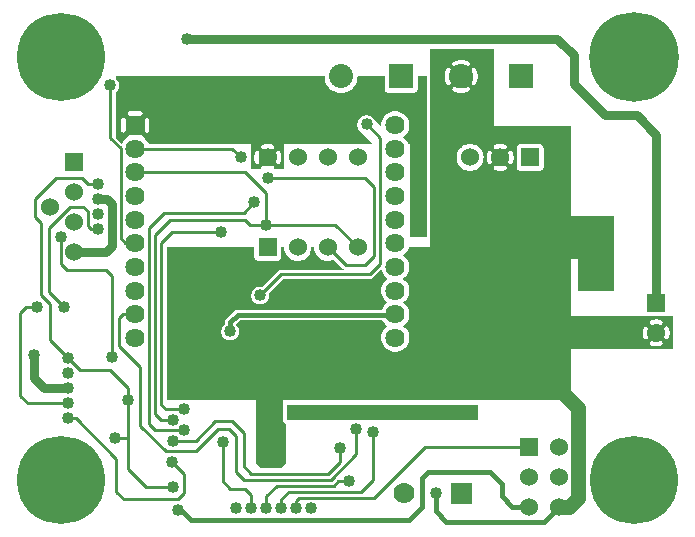
<source format=gbr>
G04 start of page 3 for group 1 idx 1 *
G04 Title: (unknown), solder *
G04 Creator: pcb 20110918 *
G04 CreationDate: Thu 28 Mar 2013 11:33:22 PM GMT UTC *
G04 For: railfan *
G04 Format: Gerber/RS-274X *
G04 PCB-Dimensions: 225000 175000 *
G04 PCB-Coordinate-Origin: lower left *
%MOIN*%
%FSLAX25Y25*%
%LNBOTTOM*%
%ADD65C,0.0370*%
%ADD64C,0.0240*%
%ADD63C,0.0530*%
%ADD62C,0.0480*%
%ADD61C,0.0380*%
%ADD60C,0.0280*%
%ADD59C,0.0320*%
%ADD58C,0.1285*%
%ADD57C,0.0200*%
%ADD56C,0.0700*%
%ADD55C,0.0400*%
%ADD54C,0.0800*%
%ADD53C,0.2987*%
%ADD52C,0.0640*%
%ADD51C,0.0600*%
%ADD50C,0.2937*%
%ADD49C,0.0500*%
%ADD48C,0.0300*%
%ADD47C,0.0150*%
%ADD46C,0.0100*%
%ADD45C,0.0001*%
G54D45*G36*
X154993Y160500D02*X161500D01*
Y128500D01*
X155585D01*
X155549Y128522D01*
X154993Y128752D01*
Y148645D01*
X155078Y148681D01*
X155179Y148743D01*
X155269Y148819D01*
X155345Y148909D01*
X155405Y149011D01*
X155622Y149480D01*
X155789Y149969D01*
X155909Y150472D01*
X155982Y150984D01*
X156006Y151500D01*
X155982Y152016D01*
X155909Y152528D01*
X155789Y153031D01*
X155622Y153520D01*
X155410Y153992D01*
X155349Y154093D01*
X155272Y154184D01*
X155182Y154261D01*
X155080Y154323D01*
X154993Y154360D01*
Y160500D01*
G37*
G36*
X150502D02*X154993D01*
Y154360D01*
X154971Y154369D01*
X154855Y154397D01*
X154737Y154406D01*
X154619Y154397D01*
X154503Y154370D01*
X154393Y154324D01*
X154292Y154262D01*
X154202Y154186D01*
X154124Y154095D01*
X154062Y153994D01*
X154016Y153885D01*
X153989Y153769D01*
X153979Y153651D01*
X153988Y153532D01*
X154016Y153417D01*
X154063Y153308D01*
X154221Y152968D01*
X154342Y152612D01*
X154430Y152247D01*
X154482Y151875D01*
X154500Y151500D01*
X154482Y151125D01*
X154430Y150753D01*
X154342Y150388D01*
X154221Y150032D01*
X154067Y149690D01*
X154020Y149582D01*
X153993Y149467D01*
X153983Y149349D01*
X153993Y149232D01*
X154021Y149117D01*
X154066Y149008D01*
X154128Y148907D01*
X154205Y148818D01*
X154295Y148741D01*
X154395Y148680D01*
X154504Y148635D01*
X154619Y148607D01*
X154737Y148598D01*
X154855Y148608D01*
X154969Y148635D01*
X154993Y148645D01*
Y128752D01*
X154895Y128793D01*
X154206Y128958D01*
X153500Y129014D01*
X152794Y128958D01*
X152105Y128793D01*
X151451Y128522D01*
X151415Y128500D01*
X150502D01*
Y145994D01*
X151016Y146018D01*
X151528Y146091D01*
X152031Y146211D01*
X152520Y146378D01*
X152992Y146590D01*
X153093Y146651D01*
X153184Y146728D01*
X153261Y146818D01*
X153323Y146920D01*
X153369Y147029D01*
X153397Y147145D01*
X153406Y147263D01*
X153397Y147381D01*
X153370Y147497D01*
X153324Y147607D01*
X153262Y147708D01*
X153186Y147798D01*
X153095Y147876D01*
X152994Y147938D01*
X152885Y147984D01*
X152769Y148011D01*
X152651Y148021D01*
X152532Y148012D01*
X152417Y147984D01*
X152308Y147937D01*
X151968Y147779D01*
X151612Y147658D01*
X151247Y147570D01*
X150875Y147518D01*
X150502Y147500D01*
Y155500D01*
X150875Y155482D01*
X151247Y155430D01*
X151612Y155342D01*
X151968Y155221D01*
X152310Y155067D01*
X152418Y155020D01*
X152533Y154993D01*
X152651Y154983D01*
X152768Y154993D01*
X152883Y155021D01*
X152992Y155066D01*
X153093Y155128D01*
X153182Y155205D01*
X153259Y155295D01*
X153320Y155395D01*
X153365Y155504D01*
X153393Y155619D01*
X153402Y155737D01*
X153392Y155855D01*
X153365Y155969D01*
X153319Y156078D01*
X153257Y156179D01*
X153181Y156269D01*
X153091Y156345D01*
X152989Y156405D01*
X152520Y156622D01*
X152031Y156789D01*
X151528Y156909D01*
X151016Y156982D01*
X150502Y157006D01*
Y160500D01*
G37*
G36*
X146007D02*X150502D01*
Y157006D01*
X150500Y157006D01*
X149984Y156982D01*
X149472Y156909D01*
X148969Y156789D01*
X148480Y156622D01*
X148008Y156410D01*
X147907Y156349D01*
X147816Y156272D01*
X147739Y156182D01*
X147677Y156080D01*
X147631Y155971D01*
X147603Y155855D01*
X147594Y155737D01*
X147603Y155619D01*
X147630Y155503D01*
X147676Y155393D01*
X147738Y155292D01*
X147814Y155202D01*
X147905Y155124D01*
X148006Y155062D01*
X148115Y155016D01*
X148231Y154989D01*
X148349Y154979D01*
X148468Y154988D01*
X148583Y155016D01*
X148692Y155063D01*
X149032Y155221D01*
X149388Y155342D01*
X149753Y155430D01*
X150125Y155482D01*
X150500Y155500D01*
X150502Y155500D01*
Y147500D01*
X150500Y147500D01*
X150125Y147518D01*
X149753Y147570D01*
X149388Y147658D01*
X149032Y147779D01*
X148690Y147933D01*
X148582Y147980D01*
X148467Y148007D01*
X148349Y148017D01*
X148232Y148007D01*
X148117Y147979D01*
X148008Y147934D01*
X147907Y147872D01*
X147818Y147795D01*
X147741Y147705D01*
X147680Y147605D01*
X147635Y147496D01*
X147607Y147381D01*
X147598Y147263D01*
X147608Y147145D01*
X147635Y147031D01*
X147681Y146922D01*
X147743Y146821D01*
X147819Y146731D01*
X147909Y146655D01*
X148011Y146595D01*
X148480Y146378D01*
X148969Y146211D01*
X149472Y146091D01*
X149984Y146018D01*
X150500Y145994D01*
X150502Y145994D01*
Y128500D01*
X146007D01*
Y148640D01*
X146029Y148631D01*
X146145Y148603D01*
X146263Y148594D01*
X146381Y148603D01*
X146497Y148630D01*
X146607Y148676D01*
X146708Y148738D01*
X146798Y148814D01*
X146876Y148905D01*
X146938Y149006D01*
X146984Y149115D01*
X147011Y149231D01*
X147021Y149349D01*
X147012Y149468D01*
X146984Y149583D01*
X146937Y149692D01*
X146779Y150032D01*
X146658Y150388D01*
X146570Y150753D01*
X146518Y151125D01*
X146500Y151500D01*
X146518Y151875D01*
X146570Y152247D01*
X146658Y152612D01*
X146779Y152968D01*
X146933Y153310D01*
X146980Y153418D01*
X147007Y153533D01*
X147017Y153651D01*
X147007Y153768D01*
X146979Y153883D01*
X146934Y153992D01*
X146872Y154093D01*
X146795Y154182D01*
X146705Y154259D01*
X146605Y154320D01*
X146496Y154365D01*
X146381Y154393D01*
X146263Y154402D01*
X146145Y154392D01*
X146031Y154365D01*
X146007Y154355D01*
Y160500D01*
G37*
G36*
X140000Y128500D02*Y160500D01*
X146007D01*
Y154355D01*
X145922Y154319D01*
X145821Y154257D01*
X145731Y154181D01*
X145655Y154091D01*
X145595Y153989D01*
X145378Y153520D01*
X145211Y153031D01*
X145091Y152528D01*
X145018Y152016D01*
X144994Y151500D01*
X145018Y150984D01*
X145091Y150472D01*
X145211Y149969D01*
X145378Y149480D01*
X145590Y149008D01*
X145651Y148907D01*
X145728Y148816D01*
X145818Y148739D01*
X145920Y148677D01*
X146007Y148640D01*
Y128500D01*
X140000D01*
G37*
G36*
X82000Y129000D02*X46300D01*
X46087Y129514D01*
X45836Y129923D01*
Y132796D01*
X45954Y132805D01*
X46068Y132833D01*
X46178Y132878D01*
X46278Y132939D01*
X46368Y133016D01*
X46445Y133106D01*
X46506Y133206D01*
X46551Y133316D01*
X46579Y133430D01*
X46586Y133548D01*
Y136948D01*
X46579Y137066D01*
X46551Y137180D01*
X46506Y137290D01*
X46445Y137390D01*
X46368Y137480D01*
X46278Y137557D01*
X46178Y137618D01*
X46068Y137663D01*
X45954Y137691D01*
X45836Y137700D01*
Y151500D01*
X82000D01*
Y129000D01*
G37*
G36*
X45836Y129923D02*X45700Y130145D01*
X45220Y130708D01*
X44657Y131188D01*
X44331Y131388D01*
X44329Y131416D01*
X44301Y131530D01*
X44256Y131640D01*
X44195Y131740D01*
X44118Y131830D01*
X44028Y131907D01*
X43928Y131968D01*
X43818Y132013D01*
X43704Y132041D01*
X43586Y132048D01*
X42401D01*
X41886Y132088D01*
Y138448D01*
X43586D01*
X43704Y138455D01*
X43818Y138483D01*
X43928Y138528D01*
X44028Y138589D01*
X44118Y138666D01*
X44195Y138756D01*
X44256Y138856D01*
X44301Y138966D01*
X44329Y139080D01*
X44338Y139198D01*
X44329Y139316D01*
X44301Y139430D01*
X44256Y139540D01*
X44195Y139640D01*
X44118Y139730D01*
X44028Y139807D01*
X43928Y139868D01*
X43818Y139913D01*
X43704Y139941D01*
X43586Y139948D01*
X41886D01*
Y151500D01*
X45836D01*
Y137700D01*
X45718Y137691D01*
X45604Y137663D01*
X45494Y137618D01*
X45394Y137557D01*
X45304Y137480D01*
X45227Y137390D01*
X45166Y137290D01*
X45121Y137180D01*
X45093Y137066D01*
X45086Y136948D01*
Y133548D01*
X45093Y133430D01*
X45121Y133316D01*
X45166Y133206D01*
X45227Y133106D01*
X45304Y133016D01*
X45394Y132939D01*
X45494Y132878D01*
X45604Y132833D01*
X45718Y132805D01*
X45836Y132796D01*
Y129923D01*
G37*
G36*
X41886Y132088D02*X41886D01*
X41371Y132048D01*
X40186D01*
X40068Y132041D01*
X39954Y132013D01*
X39844Y131968D01*
X39744Y131907D01*
X39654Y131830D01*
X39577Y131740D01*
X39516Y131640D01*
X39471Y131530D01*
X39443Y131416D01*
X39441Y131388D01*
X39115Y131188D01*
X38552Y130708D01*
X38072Y130145D01*
X37936Y129923D01*
Y132796D01*
X38054Y132805D01*
X38168Y132833D01*
X38278Y132878D01*
X38378Y132939D01*
X38468Y133016D01*
X38545Y133106D01*
X38606Y133206D01*
X38651Y133316D01*
X38679Y133430D01*
X38686Y133548D01*
Y136948D01*
X38679Y137066D01*
X38651Y137180D01*
X38606Y137290D01*
X38545Y137390D01*
X38468Y137480D01*
X38378Y137557D01*
X38278Y137618D01*
X38168Y137663D01*
X38054Y137691D01*
X37936Y137700D01*
Y151500D01*
X41886D01*
Y139948D01*
X40186D01*
X40068Y139941D01*
X39954Y139913D01*
X39844Y139868D01*
X39744Y139807D01*
X39654Y139730D01*
X39577Y139640D01*
X39516Y139540D01*
X39471Y139430D01*
X39443Y139316D01*
X39434Y139198D01*
X39443Y139080D01*
X39471Y138966D01*
X39516Y138856D01*
X39577Y138756D01*
X39654Y138666D01*
X39744Y138589D01*
X39844Y138528D01*
X39954Y138483D01*
X40068Y138455D01*
X40186Y138448D01*
X41886D01*
Y132088D01*
G37*
G36*
X37936Y129923D02*X37685Y129514D01*
X37516Y129105D01*
X35500Y131121D01*
Y146263D01*
X35628Y146372D01*
X35935Y146731D01*
X36181Y147134D01*
X36362Y147570D01*
X36472Y148029D01*
X36500Y148500D01*
X36472Y148971D01*
X36362Y149430D01*
X36181Y149866D01*
X35935Y150269D01*
X35628Y150628D01*
X35500Y150737D01*
Y151500D01*
X37936D01*
Y137700D01*
X37818Y137691D01*
X37704Y137663D01*
X37594Y137618D01*
X37494Y137557D01*
X37404Y137480D01*
X37327Y137390D01*
X37266Y137290D01*
X37221Y137180D01*
X37193Y137066D01*
X37186Y136948D01*
Y133548D01*
X37193Y133430D01*
X37221Y133316D01*
X37266Y133206D01*
X37327Y133106D01*
X37404Y133016D01*
X37494Y132939D01*
X37594Y132878D01*
X37704Y132833D01*
X37818Y132805D01*
X37936Y132796D01*
Y129923D01*
G37*
G36*
X82500Y129000D02*Y151500D01*
X104983D01*
X105051Y150637D01*
X105253Y149795D01*
X105584Y148995D01*
X106037Y148257D01*
X106599Y147599D01*
X107257Y147037D01*
X107995Y146584D01*
X108795Y146253D01*
X109637Y146051D01*
X110500Y145983D01*
X111363Y146051D01*
X112205Y146253D01*
X113005Y146584D01*
X113743Y147037D01*
X114401Y147599D01*
X114963Y148257D01*
X115416Y148995D01*
X115747Y149795D01*
X115949Y150637D01*
X116000Y151500D01*
X125007D01*
X125014Y147265D01*
X125069Y147035D01*
X125159Y146817D01*
X125283Y146616D01*
X125436Y146436D01*
X125616Y146283D01*
X125817Y146159D01*
X126035Y146069D01*
X126265Y146014D01*
X126500Y146000D01*
X134735Y146014D01*
X134965Y146069D01*
X135183Y146159D01*
X135384Y146283D01*
X135564Y146436D01*
X135717Y146616D01*
X135841Y146817D01*
X135931Y147035D01*
X135986Y147265D01*
X136000Y147500D01*
X135993Y151500D01*
X139000D01*
Y133237D01*
X138769Y133435D01*
X138366Y133681D01*
X137930Y133862D01*
X137471Y133972D01*
X137000Y134009D01*
X136529Y133972D01*
X136070Y133862D01*
X135634Y133681D01*
X135231Y133435D01*
X134872Y133128D01*
X134565Y132769D01*
X134319Y132366D01*
X134138Y131930D01*
X134028Y131471D01*
X133991Y131000D01*
X134028Y130529D01*
X134138Y130070D01*
X134319Y129634D01*
X134565Y129231D01*
X134763Y129000D01*
X132914D01*
X132701Y129514D01*
X132314Y130145D01*
X131834Y130708D01*
X131271Y131188D01*
X131071Y131311D01*
X131271Y131434D01*
X131834Y131914D01*
X132314Y132477D01*
X132701Y133108D01*
X132984Y133791D01*
X133156Y134510D01*
X133200Y135248D01*
X133156Y135986D01*
X132984Y136705D01*
X132701Y137388D01*
X132314Y138019D01*
X131834Y138582D01*
X131271Y139062D01*
X130640Y139449D01*
X129957Y139732D01*
X129238Y139904D01*
X128500Y139962D01*
X127762Y139904D01*
X127043Y139732D01*
X126360Y139449D01*
X125729Y139062D01*
X125166Y138582D01*
X124686Y138019D01*
X124299Y137388D01*
X124016Y136705D01*
X123844Y135986D01*
X123786Y135248D01*
X123798Y135086D01*
X121192Y137692D01*
X120828Y138016D01*
X120412Y138271D01*
X119961Y138457D01*
X119486Y138571D01*
X119000Y138610D01*
X118514Y138571D01*
X118039Y138457D01*
X117588Y138271D01*
X117172Y138016D01*
X116801Y137699D01*
X116484Y137328D01*
X116229Y136912D01*
X116043Y136461D01*
X115929Y135986D01*
X115890Y135500D01*
X115929Y135014D01*
X116043Y134539D01*
X116229Y134088D01*
X116484Y133672D01*
X116808Y133308D01*
X121116Y129000D01*
X116176D01*
X116000Y129014D01*
X115824Y129000D01*
X106176D01*
X106000Y129014D01*
X105824Y129000D01*
X96176D01*
X96000Y129014D01*
X95824Y129000D01*
X86108D01*
X86000Y129005D01*
X85892Y129000D01*
X82500D01*
G37*
G36*
X89613Y151500D02*X91500D01*
Y124676D01*
X91486Y124500D01*
X91500Y124324D01*
Y120500D01*
X89613D01*
Y122353D01*
X89656Y122360D01*
X89768Y122397D01*
X89873Y122452D01*
X89968Y122522D01*
X90051Y122606D01*
X90119Y122702D01*
X90170Y122808D01*
X90318Y123216D01*
X90422Y123637D01*
X90484Y124067D01*
X90505Y124500D01*
X90484Y124933D01*
X90422Y125363D01*
X90318Y125784D01*
X90175Y126194D01*
X90122Y126300D01*
X90053Y126396D01*
X89970Y126481D01*
X89875Y126551D01*
X89769Y126606D01*
X89657Y126643D01*
X89613Y126651D01*
Y151500D01*
G37*
G36*
X85998D02*X89613D01*
Y126651D01*
X89540Y126663D01*
X89421Y126664D01*
X89304Y126646D01*
X89191Y126610D01*
X89085Y126557D01*
X88988Y126488D01*
X88904Y126405D01*
X88833Y126309D01*
X88779Y126204D01*
X88741Y126092D01*
X88722Y125975D01*
X88721Y125856D01*
X88739Y125739D01*
X88777Y125626D01*
X88876Y125355D01*
X88944Y125075D01*
X88986Y124789D01*
X89000Y124500D01*
X88986Y124211D01*
X88944Y123925D01*
X88876Y123645D01*
X88780Y123372D01*
X88742Y123261D01*
X88725Y123144D01*
X88725Y123026D01*
X88745Y122909D01*
X88782Y122797D01*
X88836Y122693D01*
X88906Y122598D01*
X88991Y122515D01*
X89087Y122446D01*
X89192Y122393D01*
X89305Y122357D01*
X89421Y122340D01*
X89539Y122341D01*
X89613Y122353D01*
Y120500D01*
X87950D01*
X87981Y120530D01*
X88051Y120625D01*
X88106Y120731D01*
X88143Y120843D01*
X88163Y120960D01*
X88164Y121079D01*
X88146Y121196D01*
X88110Y121309D01*
X88057Y121415D01*
X87988Y121512D01*
X87905Y121596D01*
X87809Y121667D01*
X87704Y121721D01*
X87592Y121759D01*
X87475Y121778D01*
X87356Y121779D01*
X87239Y121761D01*
X87126Y121723D01*
X86855Y121624D01*
X86575Y121556D01*
X86289Y121514D01*
X86000Y121500D01*
X85998Y121500D01*
Y127500D01*
X86000Y127500D01*
X86289Y127486D01*
X86575Y127444D01*
X86855Y127376D01*
X87128Y127280D01*
X87239Y127242D01*
X87356Y127225D01*
X87474Y127225D01*
X87591Y127245D01*
X87703Y127282D01*
X87807Y127336D01*
X87902Y127406D01*
X87985Y127491D01*
X88054Y127587D01*
X88107Y127692D01*
X88143Y127805D01*
X88160Y127921D01*
X88159Y128039D01*
X88140Y128156D01*
X88103Y128268D01*
X88048Y128373D01*
X87978Y128468D01*
X87894Y128551D01*
X87798Y128619D01*
X87692Y128670D01*
X87284Y128818D01*
X86863Y128922D01*
X86433Y128984D01*
X86000Y129005D01*
X85998Y129005D01*
Y151500D01*
G37*
G36*
X82387D02*X85998D01*
Y129005D01*
X85567Y128984D01*
X85137Y128922D01*
X84716Y128818D01*
X84306Y128675D01*
X84200Y128622D01*
X84104Y128553D01*
X84019Y128470D01*
X83949Y128375D01*
X83894Y128269D01*
X83857Y128157D01*
X83837Y128040D01*
X83836Y127921D01*
X83854Y127804D01*
X83890Y127691D01*
X83943Y127585D01*
X84012Y127488D01*
X84095Y127404D01*
X84191Y127333D01*
X84296Y127279D01*
X84408Y127241D01*
X84525Y127222D01*
X84644Y127221D01*
X84761Y127239D01*
X84874Y127277D01*
X85145Y127376D01*
X85425Y127444D01*
X85711Y127486D01*
X85998Y127500D01*
Y121500D01*
X85711Y121514D01*
X85425Y121556D01*
X85145Y121624D01*
X84872Y121720D01*
X84761Y121758D01*
X84644Y121775D01*
X84526Y121775D01*
X84409Y121755D01*
X84297Y121718D01*
X84193Y121664D01*
X84098Y121594D01*
X84015Y121509D01*
X83946Y121413D01*
X83893Y121308D01*
X83857Y121195D01*
X83840Y121079D01*
X83841Y120961D01*
X83860Y120844D01*
X83897Y120732D01*
X83952Y120627D01*
X84022Y120532D01*
X84055Y120500D01*
X82387D01*
Y122349D01*
X82460Y122337D01*
X82579Y122336D01*
X82696Y122354D01*
X82809Y122390D01*
X82915Y122443D01*
X83012Y122512D01*
X83096Y122595D01*
X83167Y122691D01*
X83221Y122796D01*
X83259Y122908D01*
X83278Y123025D01*
X83279Y123144D01*
X83261Y123261D01*
X83223Y123374D01*
X83124Y123645D01*
X83056Y123925D01*
X83014Y124211D01*
X83000Y124500D01*
X83014Y124789D01*
X83056Y125075D01*
X83124Y125355D01*
X83220Y125628D01*
X83258Y125739D01*
X83275Y125856D01*
X83275Y125974D01*
X83255Y126091D01*
X83218Y126203D01*
X83164Y126307D01*
X83094Y126402D01*
X83009Y126485D01*
X82913Y126554D01*
X82808Y126607D01*
X82695Y126643D01*
X82579Y126660D01*
X82461Y126659D01*
X82387Y126647D01*
Y151500D01*
G37*
G36*
X80500Y120500D02*Y151500D01*
X82387D01*
Y126647D01*
X82344Y126640D01*
X82232Y126603D01*
X82127Y126548D01*
X82032Y126478D01*
X81949Y126394D01*
X81881Y126298D01*
X81830Y126192D01*
X81682Y125784D01*
X81578Y125363D01*
X81516Y124933D01*
X81495Y124500D01*
X81516Y124067D01*
X81578Y123637D01*
X81682Y123216D01*
X81825Y122806D01*
X81878Y122700D01*
X81947Y122604D01*
X82030Y122519D01*
X82125Y122449D01*
X82231Y122394D01*
X82343Y122357D01*
X82387Y122349D01*
Y120500D01*
X80500D01*
G37*
G36*
X169995Y135000D02*X187000D01*
Y48450D01*
X185975Y49475D01*
X185564Y49840D01*
X185094Y50128D01*
X184585Y50339D01*
X184049Y50468D01*
X183500Y50511D01*
X182951Y50468D01*
X182415Y50339D01*
X181906Y50128D01*
X181436Y49840D01*
X181017Y49483D01*
X180660Y49064D01*
X180372Y48594D01*
X180161Y48085D01*
X180032Y47549D01*
X179989Y47000D01*
X180032Y46451D01*
X180161Y45915D01*
X180372Y45406D01*
X180660Y44936D01*
X181025Y44525D01*
X182050Y43500D01*
X169995D01*
Y80491D01*
X170000Y80491D01*
X170471Y80528D01*
X170930Y80638D01*
X171366Y80819D01*
X171769Y81065D01*
X172128Y81372D01*
X172435Y81731D01*
X172681Y82134D01*
X172862Y82570D01*
X172972Y83029D01*
X173000Y83500D01*
X172972Y83971D01*
X172862Y84430D01*
X172681Y84866D01*
X172435Y85269D01*
X172128Y85628D01*
X171985Y85750D01*
X172128Y85872D01*
X172435Y86231D01*
X172681Y86634D01*
X172862Y87070D01*
X172972Y87529D01*
X173000Y88000D01*
X172972Y88471D01*
X172862Y88930D01*
X172681Y89366D01*
X172435Y89769D01*
X172128Y90128D01*
X171985Y90250D01*
X172128Y90372D01*
X172435Y90731D01*
X172681Y91134D01*
X172862Y91570D01*
X172972Y92029D01*
X173000Y92500D01*
X172972Y92971D01*
X172862Y93430D01*
X172681Y93866D01*
X172435Y94269D01*
X172128Y94628D01*
X171985Y94750D01*
X172128Y94872D01*
X172435Y95231D01*
X172681Y95634D01*
X172862Y96070D01*
X172972Y96529D01*
X173000Y97000D01*
X172972Y97471D01*
X172862Y97930D01*
X172681Y98366D01*
X172435Y98769D01*
X172128Y99128D01*
X171769Y99435D01*
X171366Y99681D01*
X170930Y99862D01*
X170471Y99972D01*
X170000Y100009D01*
X169995Y100009D01*
Y120085D01*
X170035Y120069D01*
X170265Y120014D01*
X170500Y120000D01*
X176735Y120014D01*
X176965Y120069D01*
X177183Y120159D01*
X177384Y120283D01*
X177564Y120436D01*
X177717Y120616D01*
X177841Y120817D01*
X177931Y121035D01*
X177986Y121265D01*
X178000Y121500D01*
X177986Y127735D01*
X177931Y127965D01*
X177841Y128183D01*
X177717Y128384D01*
X177564Y128564D01*
X177384Y128717D01*
X177183Y128841D01*
X176965Y128931D01*
X176735Y128986D01*
X176500Y129000D01*
X170265Y128986D01*
X170035Y128931D01*
X169995Y128915D01*
Y135000D01*
G37*
G36*
X167113Y82674D02*X167138Y82570D01*
X167319Y82134D01*
X167565Y81731D01*
X167872Y81372D01*
X168231Y81065D01*
X168634Y80819D01*
X169070Y80638D01*
X169529Y80528D01*
X169995Y80491D01*
Y43500D01*
X167113D01*
Y82674D01*
G37*
G36*
Y87174D02*X167138Y87070D01*
X167319Y86634D01*
X167565Y86231D01*
X167872Y85872D01*
X168015Y85750D01*
X167872Y85628D01*
X167565Y85269D01*
X167319Y84866D01*
X167138Y84430D01*
X167113Y84326D01*
Y87174D01*
G37*
G36*
Y91674D02*X167138Y91570D01*
X167319Y91134D01*
X167565Y90731D01*
X167872Y90372D01*
X168015Y90250D01*
X167872Y90128D01*
X167565Y89769D01*
X167319Y89366D01*
X167138Y88930D01*
X167113Y88826D01*
Y91674D01*
G37*
G36*
Y96174D02*X167138Y96070D01*
X167319Y95634D01*
X167565Y95231D01*
X167872Y94872D01*
X168015Y94750D01*
X167872Y94628D01*
X167565Y94269D01*
X167319Y93866D01*
X167138Y93430D01*
X167113Y93326D01*
Y96174D01*
G37*
G36*
Y135000D02*X169995D01*
Y128915D01*
X169817Y128841D01*
X169616Y128717D01*
X169436Y128564D01*
X169283Y128384D01*
X169159Y128183D01*
X169069Y127965D01*
X169014Y127735D01*
X169000Y127500D01*
X169014Y121265D01*
X169069Y121035D01*
X169159Y120817D01*
X169283Y120616D01*
X169436Y120436D01*
X169616Y120283D01*
X169817Y120159D01*
X169995Y120085D01*
Y100009D01*
X169529Y99972D01*
X169070Y99862D01*
X168634Y99681D01*
X168231Y99435D01*
X167872Y99128D01*
X167565Y98769D01*
X167319Y98366D01*
X167138Y97930D01*
X167113Y97826D01*
Y122353D01*
X167156Y122360D01*
X167268Y122397D01*
X167373Y122452D01*
X167468Y122522D01*
X167551Y122606D01*
X167619Y122702D01*
X167670Y122808D01*
X167818Y123216D01*
X167922Y123637D01*
X167984Y124067D01*
X168005Y124500D01*
X167984Y124933D01*
X167922Y125363D01*
X167818Y125784D01*
X167675Y126194D01*
X167622Y126300D01*
X167553Y126396D01*
X167470Y126481D01*
X167375Y126551D01*
X167269Y126606D01*
X167157Y126643D01*
X167113Y126651D01*
Y135000D01*
G37*
G36*
X163502D02*X167113D01*
Y126651D01*
X167040Y126663D01*
X166921Y126664D01*
X166804Y126646D01*
X166691Y126610D01*
X166585Y126557D01*
X166488Y126488D01*
X166404Y126405D01*
X166333Y126309D01*
X166279Y126204D01*
X166241Y126092D01*
X166222Y125975D01*
X166221Y125856D01*
X166239Y125739D01*
X166277Y125626D01*
X166376Y125355D01*
X166444Y125075D01*
X166486Y124789D01*
X166500Y124500D01*
X166486Y124211D01*
X166444Y123925D01*
X166376Y123645D01*
X166280Y123372D01*
X166242Y123261D01*
X166225Y123144D01*
X166225Y123026D01*
X166245Y122909D01*
X166282Y122797D01*
X166336Y122693D01*
X166406Y122598D01*
X166491Y122515D01*
X166587Y122446D01*
X166692Y122393D01*
X166805Y122357D01*
X166921Y122340D01*
X167039Y122341D01*
X167113Y122353D01*
Y97826D01*
X167028Y97471D01*
X166991Y97000D01*
X167028Y96529D01*
X167113Y96174D01*
Y93326D01*
X167028Y92971D01*
X166991Y92500D01*
X167028Y92029D01*
X167113Y91674D01*
Y88826D01*
X167028Y88471D01*
X166991Y88000D01*
X167028Y87529D01*
X167113Y87174D01*
Y84326D01*
X167028Y83971D01*
X166991Y83500D01*
X167028Y83029D01*
X167113Y82674D01*
Y43500D01*
X163502D01*
Y119995D01*
X163933Y120016D01*
X164363Y120078D01*
X164784Y120182D01*
X165194Y120325D01*
X165300Y120378D01*
X165396Y120447D01*
X165481Y120530D01*
X165551Y120625D01*
X165606Y120731D01*
X165643Y120843D01*
X165663Y120960D01*
X165664Y121079D01*
X165646Y121196D01*
X165610Y121309D01*
X165557Y121415D01*
X165488Y121512D01*
X165405Y121596D01*
X165309Y121667D01*
X165204Y121721D01*
X165092Y121759D01*
X164975Y121778D01*
X164856Y121779D01*
X164739Y121761D01*
X164626Y121723D01*
X164355Y121624D01*
X164075Y121556D01*
X163789Y121514D01*
X163502Y121500D01*
Y127500D01*
X163789Y127486D01*
X164075Y127444D01*
X164355Y127376D01*
X164628Y127280D01*
X164739Y127242D01*
X164856Y127225D01*
X164974Y127225D01*
X165091Y127245D01*
X165203Y127282D01*
X165307Y127336D01*
X165402Y127406D01*
X165485Y127491D01*
X165554Y127587D01*
X165607Y127692D01*
X165643Y127805D01*
X165660Y127921D01*
X165659Y128039D01*
X165640Y128156D01*
X165603Y128268D01*
X165548Y128373D01*
X165478Y128468D01*
X165394Y128551D01*
X165298Y128619D01*
X165192Y128670D01*
X164784Y128818D01*
X164363Y128922D01*
X163933Y128984D01*
X163502Y129005D01*
Y135000D01*
G37*
G36*
X159887D02*X163502D01*
Y129005D01*
X163500Y129005D01*
X163067Y128984D01*
X162637Y128922D01*
X162216Y128818D01*
X161806Y128675D01*
X161700Y128622D01*
X161604Y128553D01*
X161519Y128470D01*
X161449Y128375D01*
X161394Y128269D01*
X161357Y128157D01*
X161337Y128040D01*
X161336Y127921D01*
X161354Y127804D01*
X161390Y127691D01*
X161443Y127585D01*
X161512Y127488D01*
X161595Y127404D01*
X161691Y127333D01*
X161796Y127279D01*
X161908Y127241D01*
X162025Y127222D01*
X162144Y127221D01*
X162261Y127239D01*
X162374Y127277D01*
X162645Y127376D01*
X162925Y127444D01*
X163211Y127486D01*
X163500Y127500D01*
X163502Y127500D01*
Y121500D01*
X163500Y121500D01*
X163211Y121514D01*
X162925Y121556D01*
X162645Y121624D01*
X162372Y121720D01*
X162261Y121758D01*
X162144Y121775D01*
X162026Y121775D01*
X161909Y121755D01*
X161797Y121718D01*
X161693Y121664D01*
X161598Y121594D01*
X161515Y121509D01*
X161446Y121413D01*
X161393Y121308D01*
X161357Y121195D01*
X161340Y121079D01*
X161341Y120961D01*
X161360Y120844D01*
X161397Y120732D01*
X161452Y120627D01*
X161522Y120532D01*
X161606Y120449D01*
X161702Y120381D01*
X161808Y120330D01*
X162216Y120182D01*
X162637Y120078D01*
X163067Y120016D01*
X163500Y119995D01*
X163502Y119995D01*
Y43500D01*
X159887D01*
Y122349D01*
X159960Y122337D01*
X160079Y122336D01*
X160196Y122354D01*
X160309Y122390D01*
X160415Y122443D01*
X160512Y122512D01*
X160596Y122595D01*
X160667Y122691D01*
X160721Y122796D01*
X160759Y122908D01*
X160778Y123025D01*
X160779Y123144D01*
X160761Y123261D01*
X160723Y123374D01*
X160624Y123645D01*
X160556Y123925D01*
X160514Y124211D01*
X160500Y124500D01*
X160514Y124789D01*
X160556Y125075D01*
X160624Y125355D01*
X160720Y125628D01*
X160758Y125739D01*
X160775Y125856D01*
X160775Y125974D01*
X160755Y126091D01*
X160718Y126203D01*
X160664Y126307D01*
X160594Y126402D01*
X160509Y126485D01*
X160413Y126554D01*
X160308Y126607D01*
X160195Y126643D01*
X160079Y126660D01*
X159961Y126659D01*
X159887Y126647D01*
Y135000D01*
G37*
G36*
X150745D02*X159887D01*
Y126647D01*
X159844Y126640D01*
X159732Y126603D01*
X159627Y126548D01*
X159532Y126478D01*
X159449Y126394D01*
X159381Y126298D01*
X159330Y126192D01*
X159182Y125784D01*
X159078Y125363D01*
X159016Y124933D01*
X158995Y124500D01*
X159016Y124067D01*
X159078Y123637D01*
X159182Y123216D01*
X159325Y122806D01*
X159378Y122700D01*
X159447Y122604D01*
X159530Y122519D01*
X159625Y122449D01*
X159731Y122394D01*
X159843Y122357D01*
X159887Y122349D01*
Y43500D01*
X150745D01*
Y76010D01*
X150750Y76015D01*
X150872Y75872D01*
X151231Y75565D01*
X151634Y75319D01*
X152070Y75138D01*
X152529Y75028D01*
X153000Y74991D01*
X153471Y75028D01*
X153930Y75138D01*
X154366Y75319D01*
X154769Y75565D01*
X155128Y75872D01*
X155435Y76231D01*
X155681Y76634D01*
X155862Y77070D01*
X155972Y77529D01*
X156000Y78000D01*
X155972Y78471D01*
X155862Y78930D01*
X155681Y79366D01*
X155435Y79769D01*
X155128Y80128D01*
X154769Y80435D01*
X154366Y80681D01*
X153930Y80862D01*
X153471Y80972D01*
X153000Y81009D01*
X152529Y80972D01*
X152070Y80862D01*
X151634Y80681D01*
X151231Y80435D01*
X150872Y80128D01*
X150750Y79985D01*
X150745Y79990D01*
Y120935D01*
X150847Y120848D01*
X151451Y120478D01*
X152105Y120207D01*
X152794Y120042D01*
X153500Y119986D01*
X154206Y120042D01*
X154895Y120207D01*
X155549Y120478D01*
X156153Y120848D01*
X156692Y121308D01*
X157152Y121847D01*
X157522Y122451D01*
X157793Y123105D01*
X157958Y123794D01*
X158000Y124500D01*
X157958Y125206D01*
X157793Y125895D01*
X157522Y126549D01*
X157152Y127153D01*
X156692Y127692D01*
X156153Y128152D01*
X155549Y128522D01*
X154895Y128793D01*
X154206Y128958D01*
X153500Y129014D01*
X152794Y128958D01*
X152105Y128793D01*
X151451Y128522D01*
X150847Y128152D01*
X150745Y128065D01*
Y135000D01*
G37*
G36*
X140000D02*X150745D01*
Y128065D01*
X150308Y127692D01*
X149848Y127153D01*
X149478Y126549D01*
X149207Y125895D01*
X149042Y125206D01*
X148986Y124500D01*
X149042Y123794D01*
X149207Y123105D01*
X149478Y122451D01*
X149848Y121847D01*
X150308Y121308D01*
X150745Y120935D01*
Y79990D01*
X150628Y80128D01*
X150269Y80435D01*
X149866Y80681D01*
X149430Y80862D01*
X148971Y80972D01*
X148500Y81009D01*
X148029Y80972D01*
X147570Y80862D01*
X147134Y80681D01*
X146731Y80435D01*
X146372Y80128D01*
X146065Y79769D01*
X145819Y79366D01*
X145638Y78930D01*
X145528Y78471D01*
X145491Y78000D01*
X145528Y77529D01*
X145638Y77070D01*
X145819Y76634D01*
X146065Y76231D01*
X146372Y75872D01*
X146731Y75565D01*
X147134Y75319D01*
X147570Y75138D01*
X148029Y75028D01*
X148500Y74991D01*
X148971Y75028D01*
X149430Y75138D01*
X149866Y75319D01*
X150269Y75565D01*
X150628Y75872D01*
X150745Y76010D01*
Y43500D01*
X140000D01*
Y135000D01*
G37*
G36*
X166500Y101000D02*X173500D01*
Y80000D01*
X166500D01*
Y101000D01*
G37*
G36*
X140000Y82000D02*X158000D01*
Y74000D01*
X140000D01*
Y82000D01*
G37*
G36*
Y43500D02*Y53500D01*
X150000D01*
Y43500D01*
X140000D01*
G37*
G36*
X133500Y98000D02*Y146000D01*
X139000D01*
Y98000D01*
X133500D01*
G37*
G36*
X201500Y90500D02*X182500D01*
Y105000D01*
X201500D01*
Y90500D01*
G37*
G36*
X221000Y71500D02*Y60500D01*
X219113D01*
Y63853D01*
X219156Y63860D01*
X219268Y63897D01*
X219373Y63952D01*
X219468Y64022D01*
X219551Y64106D01*
X219619Y64202D01*
X219670Y64308D01*
X219818Y64716D01*
X219922Y65137D01*
X219984Y65567D01*
X220005Y66000D01*
X219984Y66433D01*
X219922Y66863D01*
X219818Y67284D01*
X219675Y67694D01*
X219622Y67800D01*
X219553Y67896D01*
X219470Y67981D01*
X219375Y68051D01*
X219269Y68106D01*
X219157Y68143D01*
X219113Y68151D01*
Y71500D01*
X221000D01*
G37*
G36*
X219113Y60500D02*X215502D01*
Y61495D01*
X215933Y61516D01*
X216363Y61578D01*
X216784Y61682D01*
X217194Y61825D01*
X217300Y61878D01*
X217396Y61947D01*
X217481Y62030D01*
X217551Y62125D01*
X217606Y62231D01*
X217643Y62343D01*
X217663Y62460D01*
X217664Y62579D01*
X217646Y62696D01*
X217610Y62809D01*
X217557Y62915D01*
X217488Y63012D01*
X217405Y63096D01*
X217309Y63167D01*
X217204Y63221D01*
X217092Y63259D01*
X216975Y63278D01*
X216856Y63279D01*
X216739Y63261D01*
X216626Y63223D01*
X216355Y63124D01*
X216075Y63056D01*
X215789Y63014D01*
X215502Y63000D01*
Y69000D01*
X215789Y68986D01*
X216075Y68944D01*
X216355Y68876D01*
X216628Y68780D01*
X216739Y68742D01*
X216856Y68725D01*
X216974Y68725D01*
X217091Y68745D01*
X217203Y68782D01*
X217307Y68836D01*
X217402Y68906D01*
X217485Y68991D01*
X217554Y69087D01*
X217607Y69192D01*
X217643Y69305D01*
X217660Y69421D01*
X217659Y69539D01*
X217640Y69656D01*
X217603Y69768D01*
X217548Y69873D01*
X217478Y69968D01*
X217394Y70051D01*
X217298Y70119D01*
X217192Y70170D01*
X216784Y70318D01*
X216363Y70422D01*
X215933Y70484D01*
X215502Y70505D01*
Y71500D01*
X219113D01*
Y68151D01*
X219040Y68163D01*
X218921Y68164D01*
X218804Y68146D01*
X218691Y68110D01*
X218585Y68057D01*
X218488Y67988D01*
X218404Y67905D01*
X218333Y67809D01*
X218279Y67704D01*
X218241Y67592D01*
X218222Y67475D01*
X218221Y67356D01*
X218239Y67239D01*
X218277Y67126D01*
X218376Y66855D01*
X218444Y66575D01*
X218486Y66289D01*
X218500Y66000D01*
X218486Y65711D01*
X218444Y65425D01*
X218376Y65145D01*
X218280Y64872D01*
X218242Y64761D01*
X218225Y64644D01*
X218225Y64526D01*
X218245Y64409D01*
X218282Y64297D01*
X218336Y64193D01*
X218406Y64098D01*
X218491Y64015D01*
X218587Y63946D01*
X218692Y63893D01*
X218805Y63857D01*
X218921Y63840D01*
X219039Y63841D01*
X219113Y63853D01*
Y60500D01*
G37*
G36*
X215502D02*X211887D01*
Y63849D01*
X211960Y63837D01*
X212079Y63836D01*
X212196Y63854D01*
X212309Y63890D01*
X212415Y63943D01*
X212512Y64012D01*
X212596Y64095D01*
X212667Y64191D01*
X212721Y64296D01*
X212759Y64408D01*
X212778Y64525D01*
X212779Y64644D01*
X212761Y64761D01*
X212723Y64874D01*
X212624Y65145D01*
X212556Y65425D01*
X212514Y65711D01*
X212500Y66000D01*
X212514Y66289D01*
X212556Y66575D01*
X212624Y66855D01*
X212720Y67128D01*
X212758Y67239D01*
X212775Y67356D01*
X212775Y67474D01*
X212755Y67591D01*
X212718Y67703D01*
X212664Y67807D01*
X212594Y67902D01*
X212509Y67985D01*
X212413Y68054D01*
X212308Y68107D01*
X212195Y68143D01*
X212079Y68160D01*
X211961Y68159D01*
X211887Y68147D01*
Y71500D01*
X215502D01*
Y70505D01*
X215500Y70505D01*
X215067Y70484D01*
X214637Y70422D01*
X214216Y70318D01*
X213806Y70175D01*
X213700Y70122D01*
X213604Y70053D01*
X213519Y69970D01*
X213449Y69875D01*
X213394Y69769D01*
X213357Y69657D01*
X213337Y69540D01*
X213336Y69421D01*
X213354Y69304D01*
X213390Y69191D01*
X213443Y69085D01*
X213512Y68988D01*
X213595Y68904D01*
X213691Y68833D01*
X213796Y68779D01*
X213908Y68741D01*
X214025Y68722D01*
X214144Y68721D01*
X214261Y68739D01*
X214374Y68777D01*
X214645Y68876D01*
X214925Y68944D01*
X215211Y68986D01*
X215500Y69000D01*
X215502Y69000D01*
Y63000D01*
X215500Y63000D01*
X215211Y63014D01*
X214925Y63056D01*
X214645Y63124D01*
X214372Y63220D01*
X214261Y63258D01*
X214144Y63275D01*
X214026Y63275D01*
X213909Y63255D01*
X213797Y63218D01*
X213693Y63164D01*
X213598Y63094D01*
X213515Y63009D01*
X213446Y62913D01*
X213393Y62808D01*
X213357Y62695D01*
X213340Y62579D01*
X213341Y62461D01*
X213360Y62344D01*
X213397Y62232D01*
X213452Y62127D01*
X213522Y62032D01*
X213606Y61949D01*
X213702Y61881D01*
X213808Y61830D01*
X214216Y61682D01*
X214637Y61578D01*
X215067Y61516D01*
X215500Y61495D01*
X215502Y61495D01*
Y60500D01*
G37*
G36*
X211887D02*X182500D01*
Y71500D01*
X211887D01*
Y68147D01*
X211844Y68140D01*
X211732Y68103D01*
X211627Y68048D01*
X211532Y67978D01*
X211449Y67894D01*
X211381Y67798D01*
X211330Y67692D01*
X211182Y67284D01*
X211078Y66863D01*
X211016Y66433D01*
X210995Y66000D01*
X211016Y65567D01*
X211078Y65137D01*
X211182Y64716D01*
X211325Y64306D01*
X211378Y64200D01*
X211447Y64104D01*
X211530Y64019D01*
X211625Y63949D01*
X211731Y63894D01*
X211843Y63857D01*
X211887Y63849D01*
Y60500D01*
G37*
G36*
X187000Y43500D02*X177000D01*
Y53500D01*
X187000D01*
Y43500D01*
G37*
G36*
X189500Y80000D02*Y96000D01*
X201500D01*
Y80000D01*
X189500D01*
G37*
G36*
X147000Y43500D02*X52500D01*
Y59500D01*
X147000D01*
Y43500D01*
G37*
G36*
X76069Y73750D02*X76000Y73755D01*
X75725Y73734D01*
X75458Y73669D01*
X75203Y73564D01*
X74968Y73420D01*
X74968Y73420D01*
X74759Y73241D01*
X74714Y73189D01*
X72311Y70786D01*
X72259Y70741D01*
X72080Y70532D01*
X71936Y70297D01*
X71831Y70042D01*
X71766Y69775D01*
X71766Y69774D01*
X71745Y69500D01*
X71750Y69432D01*
Y68946D01*
X71731Y68935D01*
X71372Y68628D01*
X71065Y68269D01*
X70819Y67866D01*
X70638Y67430D01*
X70528Y66971D01*
X70491Y66500D01*
X70528Y66029D01*
X70638Y65570D01*
X70819Y65134D01*
X71065Y64731D01*
X71372Y64372D01*
X71731Y64065D01*
X72134Y63819D01*
X72570Y63638D01*
X73029Y63528D01*
X73500Y63491D01*
X73971Y63528D01*
X74430Y63638D01*
X74866Y63819D01*
X75269Y64065D01*
X75628Y64372D01*
X75935Y64731D01*
X76181Y65134D01*
X76362Y65570D01*
X76472Y66029D01*
X76500Y66500D01*
X76472Y66971D01*
X76362Y67430D01*
X76181Y67866D01*
X75935Y68269D01*
X75628Y68628D01*
X75345Y68870D01*
X76725Y70250D01*
X124244D01*
X124299Y70116D01*
X124686Y69485D01*
X125166Y68922D01*
X125729Y68442D01*
X125929Y68319D01*
X125729Y68196D01*
X125166Y67716D01*
X124686Y67153D01*
X124299Y66522D01*
X124016Y65839D01*
X123844Y65120D01*
X123786Y64382D01*
X123844Y63644D01*
X124016Y62925D01*
X124299Y62242D01*
X124686Y61611D01*
X125166Y61048D01*
X125729Y60568D01*
X126360Y60181D01*
X127043Y59898D01*
X127762Y59726D01*
X128500Y59668D01*
X129238Y59726D01*
X129957Y59898D01*
X130640Y60181D01*
X131271Y60568D01*
X131834Y61048D01*
X132314Y61611D01*
X132701Y62242D01*
X132984Y62925D01*
X133156Y63644D01*
X133200Y64382D01*
X133156Y65120D01*
X132984Y65839D01*
X132701Y66522D01*
X132314Y67153D01*
X131834Y67716D01*
X131271Y68196D01*
X131071Y68319D01*
X131271Y68442D01*
X131834Y68922D01*
X132314Y69485D01*
X132701Y70116D01*
X132984Y70799D01*
X133156Y71518D01*
X133200Y72256D01*
X133156Y72994D01*
X132984Y73713D01*
X132701Y74396D01*
X132314Y75027D01*
X131834Y75590D01*
X131271Y76070D01*
X131071Y76193D01*
X131271Y76316D01*
X131834Y76796D01*
X132314Y77359D01*
X132701Y77990D01*
X132984Y78673D01*
X133156Y79392D01*
X133200Y80130D01*
X133156Y80868D01*
X132984Y81587D01*
X132701Y82270D01*
X132314Y82901D01*
X131834Y83464D01*
X131271Y83944D01*
X131071Y84067D01*
X131271Y84190D01*
X131834Y84670D01*
X132314Y85233D01*
X132701Y85864D01*
X132984Y86547D01*
X133156Y87266D01*
X133200Y88004D01*
X133156Y88742D01*
X132984Y89461D01*
X132701Y90144D01*
X132314Y90775D01*
X131834Y91338D01*
X131271Y91818D01*
X131071Y91941D01*
X131271Y92064D01*
X131834Y92544D01*
X132314Y93107D01*
X132701Y93738D01*
X132984Y94421D01*
X133003Y94500D01*
X143000D01*
Y57500D01*
X62500D01*
Y94500D01*
X81507D01*
X81514Y91265D01*
X81569Y91035D01*
X81659Y90817D01*
X81783Y90616D01*
X81936Y90436D01*
X82116Y90283D01*
X82317Y90159D01*
X82535Y90069D01*
X82765Y90014D01*
X83000Y90000D01*
X89235Y90014D01*
X89465Y90069D01*
X89683Y90159D01*
X89884Y90283D01*
X90064Y90436D01*
X90217Y90616D01*
X90341Y90817D01*
X90431Y91035D01*
X90486Y91265D01*
X90500Y91500D01*
X90493Y94500D01*
X91486D01*
X91542Y93794D01*
X91707Y93105D01*
X91978Y92451D01*
X92348Y91847D01*
X92808Y91308D01*
X93347Y90848D01*
X93951Y90478D01*
X94605Y90207D01*
X95294Y90042D01*
X96000Y89986D01*
X96706Y90042D01*
X97395Y90207D01*
X98049Y90478D01*
X98653Y90848D01*
X99192Y91308D01*
X99652Y91847D01*
X100022Y92451D01*
X100293Y93105D01*
X100458Y93794D01*
X100500Y94500D01*
X101486D01*
X101542Y93794D01*
X101707Y93105D01*
X101978Y92451D01*
X102348Y91847D01*
X102808Y91308D01*
X103347Y90848D01*
X103951Y90478D01*
X104605Y90207D01*
X105294Y90042D01*
X106000Y89986D01*
X106706Y90042D01*
X107395Y90207D01*
X107944Y90435D01*
X110898Y87481D01*
X110936Y87436D01*
X111115Y87283D01*
X111116Y87283D01*
X111317Y87159D01*
X111535Y87069D01*
X111765Y87014D01*
X111941Y87000D01*
X90559D01*
X90500Y87005D01*
X90265Y86986D01*
X90035Y86931D01*
X89817Y86841D01*
X89616Y86717D01*
X89615Y86717D01*
X89436Y86564D01*
X89398Y86519D01*
X84277Y81399D01*
X83971Y81472D01*
X83500Y81509D01*
X83029Y81472D01*
X82570Y81362D01*
X82134Y81181D01*
X81731Y80935D01*
X81372Y80628D01*
X81065Y80269D01*
X80819Y79866D01*
X80638Y79430D01*
X80528Y78971D01*
X80491Y78500D01*
X80528Y78029D01*
X80638Y77570D01*
X80819Y77134D01*
X81065Y76731D01*
X81372Y76372D01*
X81731Y76065D01*
X82134Y75819D01*
X82570Y75638D01*
X83029Y75528D01*
X83500Y75491D01*
X83971Y75528D01*
X84430Y75638D01*
X84866Y75819D01*
X85269Y76065D01*
X85628Y76372D01*
X85935Y76731D01*
X86181Y77134D01*
X86362Y77570D01*
X86472Y78029D01*
X86500Y78500D01*
X86472Y78971D01*
X86399Y79277D01*
X91121Y84000D01*
X119941D01*
X120000Y83995D01*
X120235Y84014D01*
X120235Y84014D01*
X120465Y84069D01*
X120683Y84159D01*
X120884Y84283D01*
X121064Y84436D01*
X121102Y84481D01*
X123852Y87231D01*
X124016Y86547D01*
X124299Y85864D01*
X124686Y85233D01*
X125166Y84670D01*
X125729Y84190D01*
X125929Y84067D01*
X125729Y83944D01*
X125166Y83464D01*
X124686Y82901D01*
X124299Y82270D01*
X124016Y81587D01*
X123844Y80868D01*
X123786Y80130D01*
X123844Y79392D01*
X124016Y78673D01*
X124299Y77990D01*
X124686Y77359D01*
X125166Y76796D01*
X125729Y76316D01*
X125929Y76193D01*
X125729Y76070D01*
X125166Y75590D01*
X124686Y75027D01*
X124299Y74396D01*
X124032Y73750D01*
X76069D01*
G37*
G36*
X90500Y21000D02*X83500D01*
X82000Y22500D01*
Y46000D01*
X91000D01*
Y36500D01*
X92000Y35500D01*
Y22500D01*
X90500Y21000D01*
G37*
G36*
X52500Y43500D02*Y94500D01*
X65500D01*
Y43500D01*
X52500D01*
G37*
G36*
X156000Y42000D02*Y37000D01*
X92500D01*
Y42000D01*
X156000D01*
G37*
G54D46*X78500Y103500D02*X80000Y102000D01*
X85500Y112500D02*Y102000D01*
X74126Y127374D02*X77000Y124500D01*
X78500Y119500D02*X85500Y112500D01*
X78000Y106000D02*X81500Y109500D01*
X112000Y88500D02*X106000Y94500D01*
X90500Y85500D02*X120000D01*
X83500Y78500D02*X90500Y85500D01*
X118500Y88500D02*X112000D01*
G54D47*X76000Y72000D02*X128244D01*
G54D46*X121500Y91500D02*X118500Y88500D01*
X121500Y114500D02*Y91500D01*
X123500Y131000D02*Y119500D01*
Y131000D02*X119000Y135500D01*
X108500Y102000D02*X80000D01*
X86000Y117500D02*X118500D01*
X121500Y114500D01*
X41886Y119500D02*X78500D01*
X41886Y127374D02*X74126D01*
X41886Y95878D02*X38622D01*
X50500Y96000D02*X54000Y99500D01*
X70500D01*
X48500Y98500D02*X53500Y103500D01*
X78500D01*
X51500Y106000D02*X78000D01*
X38622Y95878D02*X37000Y97500D01*
Y127500D01*
X33500Y148000D02*Y131000D01*
X37000Y127500D01*
G54D48*X34000Y109000D02*Y95000D01*
G54D46*X37756Y72256D02*X41886D01*
G54D48*X32500Y110500D02*X34000Y109000D01*
X29500Y110500D02*X32500D01*
G54D46*X29500Y115500D02*X26000D01*
X24000Y117500D01*
G54D49*X189500Y11000D02*Y41000D01*
X183500Y47000D01*
X186500Y8000D02*X189500Y11000D01*
G54D46*X108500Y102000D02*X116000Y94500D01*
X123500Y89000D02*Y131000D01*
X120000Y85500D02*X123500Y89000D01*
G54D47*X128244Y72000D02*X128500Y72256D01*
G54D48*X188000Y158500D02*X182500Y164000D01*
X59000D01*
X198500Y138500D02*X188000Y149000D01*
Y158500D01*
X215500Y76000D02*Y132000D01*
X209000Y138500D01*
X198500D01*
G54D46*X96500Y11000D02*X121500D01*
G54D47*X137500Y8000D02*X133000Y3500D01*
G54D46*X121000Y17000D02*X117000Y13000D01*
X107000Y17000D02*X115500Y25500D01*
X110000Y27500D02*Y23000D01*
X106000Y19000D01*
X78000Y21500D02*Y32500D01*
X74000Y36500D01*
X68500D01*
X62000Y30000D01*
G54D49*X183000Y8000D02*X186500D01*
G54D47*X178000Y3000D02*X183000Y8000D01*
X142000Y12500D02*Y6500D01*
X145500Y3000D01*
X137500Y17500D02*Y8000D01*
X160000Y19500D02*X164000Y15500D01*
X160000Y19500D02*X139500D01*
X137500Y17500D01*
X145500Y3000D02*X178000D01*
X164000Y15500D02*Y11500D01*
X167500Y8000D01*
X173000D01*
G54D46*X138500Y28000D02*X173000D01*
X121500Y11000D02*X138500Y28000D01*
X78500Y14000D02*X80500Y12000D01*
Y19000D02*X78000Y21500D01*
G54D47*X60500Y3500D02*X133000D01*
X60500D02*X56000Y8000D01*
G54D46*X58000Y19000D02*Y12500D01*
X56000Y10500D01*
X71000Y16500D02*X73500Y14000D01*
X107000Y17000D02*X78000D01*
X106000Y19000D02*X80500D01*
Y12000D02*Y7500D01*
X95500D02*Y10000D01*
X96500Y11000D01*
X90500Y7500D02*Y10500D01*
X93000Y13000D01*
X85500Y7500D02*Y11500D01*
X89000Y15000D01*
X108000D02*X109500Y16500D01*
X93000Y13000D02*X117000D01*
X89000Y15000D02*X108000D01*
X109500Y16500D02*X113000D01*
X115500Y34000D02*Y25500D01*
X121000Y33000D02*Y17000D01*
X37756Y72256D02*X36500Y71000D01*
Y61500D01*
X43500Y54500D01*
X34000Y58000D02*Y85000D01*
X32000Y87000D01*
X39500Y47500D02*X33500Y53500D01*
G54D47*X73500Y69500D02*X76000Y72000D01*
X73500Y66500D02*Y69500D01*
G54D46*X10500Y78500D02*X13500Y75500D01*
X46500Y101000D02*X51500Y106000D01*
X50500Y42000D02*Y96000D01*
X48500Y39000D02*Y98500D01*
X46500Y35500D02*Y101000D01*
X27000Y100500D02*X26000Y101500D01*
X10500Y102500D02*Y78500D01*
X13000Y79500D02*Y101000D01*
X33500Y53500D02*X23500D01*
X13500Y63500D01*
Y75500D01*
X13000Y79500D02*X18000Y74500D01*
X26000Y106500D02*X24500Y108000D01*
X26000Y101500D02*Y106500D01*
X29500Y100500D02*X27000D01*
G54D48*X34000Y95000D02*X32000Y93000D01*
X21500D01*
G54D46*X32000Y87000D02*X19000D01*
X17000Y89000D01*
X13000Y101000D02*X20000Y108000D01*
X24500D02*X20000D01*
X10500Y102500D02*X8500Y104500D01*
Y110500D01*
X15500Y117500D01*
X24000D02*X15500D01*
X17000Y98000D02*Y89000D01*
X22000Y37500D02*X19500D01*
Y42500D02*X6000D01*
G54D48*X11500Y47500D02*X19500D01*
X8000Y51000D02*X11500Y47500D01*
X8000Y58500D02*Y51000D01*
G54D46*X6000Y42500D02*X3500Y45000D01*
Y72500D01*
X5500Y74500D01*
X9000D01*
X62000Y26500D02*X52000D01*
X58000Y33500D02*X48500D01*
X69500Y34000D02*X62000Y26500D01*
X73000Y34000D02*X69500D01*
X75500Y31500D02*X73000Y34000D01*
X62000Y30000D02*X54500D01*
X43500Y54500D02*Y35000D01*
X58000Y40500D02*X52000D01*
X50500Y42000D01*
X54500Y37000D02*X50500D01*
X48500Y39000D01*
X75500Y31500D02*Y19500D01*
X73500Y14000D02*X78500D01*
X78000Y17000D02*X75500Y19500D01*
X71000Y29500D02*Y16500D01*
X48500Y33500D02*X46500Y35500D01*
X39500Y31000D02*X35000D01*
X35500Y24000D02*X22000Y37500D01*
X43500Y35000D02*X52000Y26500D01*
X39500Y20500D02*Y47500D01*
X54000Y23000D02*X58000Y19000D01*
X45500Y14500D02*X54500D01*
X39500Y20500D02*X45500Y14500D01*
X56000Y10500D02*X38000D01*
X35500Y13000D01*
Y24000D01*
G54D50*X17000Y158000D03*
G54D45*G36*
X38686Y138448D02*Y132048D01*
X45086D01*
Y138448D01*
X38686D01*
G37*
G36*
X83000Y97500D02*Y91500D01*
X89000D01*
Y97500D01*
X83000D01*
G37*
G54D51*X96000Y94500D03*
Y124500D03*
X86000D03*
X106000Y94500D03*
X116000D03*
G54D52*X128500Y88004D03*
Y80130D03*
Y72256D03*
Y119500D03*
Y111626D03*
Y103752D03*
Y95878D03*
G54D45*G36*
X212500Y79000D02*Y73000D01*
X218500D01*
Y79000D01*
X212500D01*
G37*
G54D51*X215500Y66000D03*
G54D45*G36*
X170500Y127500D02*Y121500D01*
X176500D01*
Y127500D01*
X170500D01*
G37*
G54D51*X163500Y124500D03*
X153500D03*
X116000D03*
X106000D03*
G54D53*X208000Y158000D03*
G54D45*G36*
X166500Y155500D02*Y147500D01*
X174500D01*
Y155500D01*
X166500D01*
G37*
G54D54*X150500Y151500D03*
G54D45*G36*
X126500Y155500D02*Y147500D01*
X134500D01*
Y155500D01*
X126500D01*
G37*
G54D52*X128500Y135248D03*
Y127374D03*
G54D54*X110500Y151500D03*
G54D50*X17000Y17000D03*
G54D55*X19500Y57500D03*
Y52500D03*
Y47500D03*
Y42500D03*
Y37500D03*
G54D45*G36*
X170000Y31000D02*Y25000D01*
X176000D01*
Y31000D01*
X170000D01*
G37*
G54D51*X183000Y28000D03*
G54D50*X208000Y17000D03*
G54D51*X183000Y18000D03*
Y8000D03*
G54D45*G36*
X147106Y16000D02*Y9000D01*
X154106D01*
Y16000D01*
X147106D01*
G37*
G54D56*X131394Y12500D03*
G54D51*X173000Y18000D03*
Y8000D03*
G54D55*X100500Y7500D03*
G54D52*X128500Y64382D03*
G54D55*X95500Y7500D03*
X90500D03*
X85500D03*
X80500D03*
X75500D03*
G54D45*G36*
X18500Y126000D02*Y120000D01*
X24500D01*
Y126000D01*
X18500D01*
G37*
G54D55*X29500Y115500D03*
G54D51*X21500Y113000D03*
Y103000D03*
Y93000D03*
G54D55*X29500Y110500D03*
Y105500D03*
Y100500D03*
G54D51*X13500Y108000D03*
G54D52*X41886Y127374D03*
Y119500D03*
Y111626D03*
Y103752D03*
Y95878D03*
Y88004D03*
Y80130D03*
Y72256D03*
Y64382D03*
G54D55*X85500Y102000D03*
X77000Y124500D03*
X81500Y109500D03*
X86000Y117500D03*
X83500Y78500D03*
X137000Y101000D03*
Y111000D03*
Y106000D03*
Y131000D03*
Y126000D03*
Y121000D03*
Y116000D03*
X119000Y135500D03*
X170000Y83500D03*
Y97000D03*
Y88000D03*
X153000Y78000D03*
X148500D03*
X170000Y92500D03*
X163500Y117500D03*
Y132000D03*
X142000Y12500D03*
X89500Y23500D03*
X84500D03*
X113000Y16500D03*
X143000Y39500D03*
X148000D03*
X153000D03*
X138000D03*
X133000D03*
X115500Y34000D03*
X95000Y39500D03*
X100000D03*
X121000Y33000D03*
X110000Y27500D03*
X58000Y40500D03*
X54500Y37000D03*
Y14500D03*
X56000Y7000D03*
X54500Y30000D03*
X54000Y23000D03*
X58000Y33500D03*
X71000Y29500D03*
X59500Y86000D03*
Y91500D03*
X70500Y99500D03*
X17000Y98000D03*
X34000Y58000D03*
X33500Y148500D03*
X54500Y86000D03*
Y91500D03*
Y80500D03*
Y75000D03*
X59000Y164000D03*
X59500Y80500D03*
X73500Y66500D03*
X59500Y75000D03*
Y69500D03*
X54500D03*
X8000Y58500D03*
X18000Y74500D03*
X9000D03*
X39500Y43500D03*
X35000Y31000D03*
X193500Y93500D03*
X198500D03*
Y88500D03*
X193500Y83500D03*
X198500D03*
X193500Y88500D03*
G54D57*G54D58*G54D59*G54D60*G54D59*G54D61*G54D60*G54D58*G54D62*G54D63*G54D62*G54D59*G54D62*G54D58*G54D64*G54D61*G54D58*G54D61*G54D57*G54D61*G54D64*G54D59*G54D64*G54D60*G54D64*G54D60*G54D64*G54D65*G54D59*M02*

</source>
